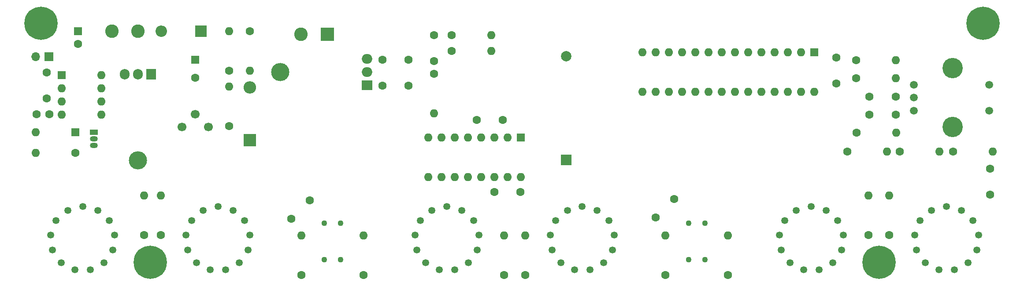
<source format=gbr>
%TF.GenerationSoftware,KiCad,Pcbnew,8.0.4+1*%
%TF.CreationDate,2024-10-13T16:33:14+00:00*%
%TF.ProjectId,nixie,6e697869-652e-46b6-9963-61645f706362,v1.1*%
%TF.SameCoordinates,Original*%
%TF.FileFunction,Soldermask,Bot*%
%TF.FilePolarity,Negative*%
%FSLAX46Y46*%
G04 Gerber Fmt 4.6, Leading zero omitted, Abs format (unit mm)*
G04 Created by KiCad (PCBNEW 8.0.4+1) date 2024-10-13 16:33:14*
%MOMM*%
%LPD*%
G01*
G04 APERTURE LIST*
%ADD10R,1.600000X1.600000*%
%ADD11O,1.600000X1.600000*%
%ADD12C,1.700000*%
%ADD13C,1.600000*%
%ADD14R,2.400000X2.400000*%
%ADD15O,2.400000X2.400000*%
%ADD16C,1.346200*%
%ADD17C,2.600000*%
%ADD18R,2.000000X2.000000*%
%ADD19C,2.000000*%
%ADD20C,1.107440*%
%ADD21R,1.500000X1.050000*%
%ADD22O,1.500000X1.050000*%
%ADD23C,0.800000*%
%ADD24C,6.400000*%
%ADD25O,3.500000X3.500000*%
%ADD26R,1.905000X2.000000*%
%ADD27O,1.905000X2.000000*%
%ADD28R,2.000000X1.905000*%
%ADD29O,2.000000X1.905000*%
%ADD30R,2.200000X2.200000*%
%ADD31O,2.200000X2.200000*%
%ADD32C,3.915000*%
%ADD33C,1.500000*%
%ADD34R,1.700000X1.700000*%
%ADD35O,1.700000X1.700000*%
%ADD36R,2.600000X2.600000*%
G04 APERTURE END LIST*
D10*
%TO.C,U1*%
X168200000Y-86980000D03*
D11*
X165660000Y-86980000D03*
X163120000Y-86980000D03*
X160580000Y-86980000D03*
X158040000Y-86980000D03*
X155500000Y-86980000D03*
X152960000Y-86980000D03*
X150420000Y-86980000D03*
X150420000Y-94600000D03*
X152960000Y-94600000D03*
X155500000Y-94600000D03*
X158040000Y-94600000D03*
X160580000Y-94600000D03*
X163120000Y-94600000D03*
X165660000Y-94600000D03*
X168200000Y-94600000D03*
%TD*%
D12*
%TO.C,RV1*%
X108120000Y-85000000D03*
X105620000Y-82500000D03*
X103120000Y-85000000D03*
%TD*%
D13*
%TO.C,R4*%
X116120000Y-66500000D03*
D11*
X116120000Y-74120000D03*
%TD*%
D14*
%TO.C,D3*%
X116120000Y-87500000D03*
D15*
X116120000Y-77340000D03*
%TD*%
D16*
%TO.C,N1*%
X89092700Y-102984640D03*
X78907300Y-102984640D03*
X77855740Y-105755780D03*
X78213880Y-108694560D03*
X79895360Y-111132960D03*
X82519180Y-112509640D03*
X85480820Y-112509640D03*
X88104640Y-111132960D03*
X89786120Y-108694560D03*
X90144260Y-105755780D03*
X84000000Y-100312560D03*
X81124720Y-101021220D03*
X86875280Y-101021220D03*
%TD*%
D13*
%TO.C,C13*%
X235200000Y-82600000D03*
X240200000Y-82600000D03*
%TD*%
D16*
%TO.C,N4*%
X115092700Y-102984640D03*
X104907300Y-102984640D03*
X103855740Y-105755780D03*
X104213880Y-108694560D03*
X105895360Y-111132960D03*
X108519180Y-112509640D03*
X111480820Y-112509640D03*
X114104640Y-111132960D03*
X115786120Y-108694560D03*
X116144260Y-105755780D03*
X110000000Y-100312560D03*
X107124720Y-101021220D03*
X112875280Y-101021220D03*
%TD*%
D13*
%TO.C,C10*%
X197667767Y-98832233D03*
X194132233Y-102367767D03*
%TD*%
%TO.C,R2*%
X112120000Y-74120000D03*
D11*
X112120000Y-66500000D03*
%TD*%
D17*
%TO.C,L1*%
X89620000Y-66500000D03*
X94620000Y-66500000D03*
%TD*%
D10*
%TO.C,C5*%
X83120000Y-66500000D03*
D13*
X83120000Y-69000000D03*
%TD*%
D18*
%TO.C,BT1*%
X176899999Y-91350000D03*
D19*
X176899999Y-71349999D03*
%TD*%
D13*
%TO.C,C2*%
X77620000Y-82500000D03*
X75120000Y-82500000D03*
%TD*%
%TO.C,R14*%
X208000000Y-113500000D03*
D11*
X208000000Y-105880000D03*
%TD*%
D13*
%TO.C,R19*%
X232580000Y-72100000D03*
D11*
X240200000Y-72100000D03*
%TD*%
D13*
%TO.C,R6*%
X165000000Y-113500000D03*
D11*
X165000000Y-105880000D03*
%TD*%
D10*
%TO.C,U6*%
X224600000Y-70600000D03*
D11*
X222060000Y-70600000D03*
X219520001Y-70600000D03*
X216980000Y-70600000D03*
X214440000Y-70600000D03*
X211900000Y-70600000D03*
X209360000Y-70600000D03*
X206819999Y-70600000D03*
X204280000Y-70600000D03*
X201740000Y-70600000D03*
X199200000Y-70600000D03*
X196660001Y-70600000D03*
X194120000Y-70600000D03*
X191580000Y-70600000D03*
X191580000Y-78220000D03*
X194120000Y-78220000D03*
X196660000Y-78220000D03*
X199200000Y-78220000D03*
X201740000Y-78220000D03*
X204280000Y-78220000D03*
X206820000Y-78220000D03*
X209360000Y-78220000D03*
X211900000Y-78220000D03*
X214440000Y-78220000D03*
X216980000Y-78220000D03*
X219520000Y-78220000D03*
X222060000Y-78220000D03*
X224600000Y-78220000D03*
%TD*%
D13*
%TO.C,R23*%
X251250000Y-89699500D03*
D11*
X258870000Y-89699500D03*
%TD*%
D13*
%TO.C,R1*%
X82620000Y-90000000D03*
D11*
X75000000Y-90000000D03*
%TD*%
D20*
%TO.C,N7*%
X133587500Y-103500000D03*
X130412500Y-103500000D03*
%TD*%
D13*
%TO.C,R16*%
X232580000Y-75600000D03*
D11*
X240200000Y-75600000D03*
%TD*%
D21*
%TO.C,Q1*%
X86120000Y-86000000D03*
D22*
X86120000Y-87270000D03*
X86120000Y-88540000D03*
%TD*%
D13*
%TO.C,R8*%
X99000000Y-105810000D03*
D11*
X99000000Y-98190000D03*
%TD*%
D13*
%TO.C,C11*%
X228780000Y-76600000D03*
X228780000Y-71600000D03*
%TD*%
%TO.C,R7*%
X235000000Y-105810000D03*
D11*
X235000000Y-98190000D03*
%TD*%
D16*
%TO.C,N5*%
X185092700Y-102984640D03*
X174907300Y-102984640D03*
X173855740Y-105755780D03*
X174213880Y-108694560D03*
X175895360Y-111132960D03*
X178519180Y-112509640D03*
X181480820Y-112509640D03*
X184104640Y-111132960D03*
X185786120Y-108694560D03*
X186144260Y-105755780D03*
X180000000Y-100312560D03*
X177124720Y-101021220D03*
X182875280Y-101021220D03*
%TD*%
D10*
%TO.C,U2*%
X80000000Y-75000000D03*
D11*
X80000000Y-77540000D03*
X80000000Y-80080000D03*
X80000000Y-82620000D03*
X87620000Y-82620000D03*
X87620000Y-80080000D03*
X87620000Y-77540000D03*
X87620000Y-75000000D03*
%TD*%
D13*
%TO.C,R18*%
X232700000Y-86100000D03*
D11*
X240320000Y-86100000D03*
%TD*%
D13*
%TO.C,C12*%
X235200000Y-79100000D03*
X240200000Y-79100000D03*
%TD*%
D20*
%TO.C,N8*%
X203587500Y-103500000D03*
X200412500Y-103500000D03*
%TD*%
D13*
%TO.C,C15*%
X258400000Y-93000000D03*
X258400000Y-98000000D03*
%TD*%
%TO.C,R3*%
X112120000Y-84810000D03*
D11*
X112120000Y-77190000D03*
%TD*%
D13*
%TO.C,C7*%
X141600000Y-72000000D03*
X146600000Y-72000000D03*
%TD*%
%TO.C,R10*%
X239000000Y-105810000D03*
D11*
X239000000Y-98190000D03*
%TD*%
D16*
%TO.C,N3*%
X229092700Y-102984640D03*
X218907300Y-102984640D03*
X217855740Y-105755780D03*
X218213880Y-108694560D03*
X219895360Y-111132960D03*
X222519180Y-112509640D03*
X225480820Y-112509640D03*
X228104640Y-111132960D03*
X229786120Y-108694560D03*
X230144260Y-105755780D03*
X224000000Y-100312560D03*
X221124720Y-101021220D03*
X226875280Y-101021220D03*
%TD*%
D23*
%TO.C,H4*%
X94600000Y-111000000D03*
X95302944Y-109302944D03*
X95302944Y-112697056D03*
X97000000Y-108600000D03*
D24*
X97000000Y-111000000D03*
D23*
X97000000Y-113400000D03*
X98697056Y-109302944D03*
X98697056Y-112697056D03*
X99400000Y-111000000D03*
%TD*%
D13*
%TO.C,C3*%
X127600000Y-99100000D03*
X124064466Y-102635534D03*
%TD*%
D25*
%TO.C,Q2*%
X94620000Y-91430000D03*
D26*
X97160000Y-74770000D03*
D27*
X94620000Y-74770000D03*
X92080000Y-74770000D03*
%TD*%
D13*
%TO.C,R5*%
X95800000Y-105810000D03*
D11*
X95800000Y-98190000D03*
%TD*%
D13*
%TO.C,R13*%
X138000000Y-113500000D03*
D11*
X138000000Y-105880000D03*
%TD*%
D10*
%TO.C,C9*%
X105620000Y-72000000D03*
D13*
X105620000Y-75500000D03*
%TD*%
%TO.C,R17*%
X154905000Y-67305000D03*
D11*
X162525000Y-67305000D03*
%TD*%
D13*
%TO.C,R11*%
X126000000Y-113500000D03*
D11*
X126000000Y-105880000D03*
%TD*%
D20*
%TO.C,N9*%
X133587500Y-110500000D03*
X130412500Y-110500000D03*
%TD*%
D25*
%TO.C,U4*%
X121970000Y-74400000D03*
D28*
X138630000Y-76940000D03*
D29*
X138630000Y-74400000D03*
X138630000Y-71860000D03*
%TD*%
D23*
%TO.C,H2*%
X254600000Y-65000000D03*
X255302944Y-63302944D03*
X255302944Y-66697056D03*
X257000000Y-62600000D03*
D24*
X257000000Y-65000000D03*
D23*
X257000000Y-67400000D03*
X258697056Y-63302944D03*
X258697056Y-66697056D03*
X259400000Y-65000000D03*
%TD*%
%TO.C,H3*%
X234600000Y-111000000D03*
X235302944Y-109302944D03*
X235302944Y-112697056D03*
X237000000Y-108600000D03*
D24*
X237000000Y-111000000D03*
D23*
X237000000Y-113400000D03*
X238697056Y-109302944D03*
X238697056Y-112697056D03*
X239400000Y-111000000D03*
%TD*%
%TO.C,H1*%
X73600000Y-65000000D03*
X74302944Y-63302944D03*
X74302944Y-66697056D03*
X76000000Y-62600000D03*
D24*
X76000000Y-65000000D03*
D23*
X76000000Y-67400000D03*
X77697056Y-63302944D03*
X77697056Y-66697056D03*
X78400000Y-65000000D03*
%TD*%
D13*
%TO.C,R12*%
X196000000Y-113500000D03*
D11*
X196000000Y-105880000D03*
%TD*%
D30*
%TO.C,D2*%
X106740000Y-66500000D03*
D31*
X99120000Y-66500000D03*
%TD*%
D16*
%TO.C,N2*%
X159092700Y-102984640D03*
X148907300Y-102984640D03*
X147855740Y-105755780D03*
X148213880Y-108694560D03*
X149895360Y-111132960D03*
X152519180Y-112509640D03*
X155480820Y-112509640D03*
X158104640Y-111132960D03*
X159786120Y-108694560D03*
X160144260Y-105755780D03*
X154000000Y-100312560D03*
X151124720Y-101021220D03*
X156875280Y-101021220D03*
%TD*%
D13*
%TO.C,R15*%
X154905000Y-70305000D03*
D11*
X162525000Y-70305000D03*
%TD*%
D32*
%TO.C,SW1*%
X251200000Y-73600000D03*
X251200000Y-85000000D03*
D33*
X243700000Y-76800000D03*
X243700000Y-81800000D03*
X243700000Y-79300000D03*
X258200000Y-76800000D03*
X258200000Y-81800000D03*
%TD*%
D20*
%TO.C,N10*%
X203587500Y-110500000D03*
X200412500Y-110500000D03*
%TD*%
D34*
%TO.C,J2*%
X77475000Y-71400000D03*
D35*
X74935000Y-71400000D03*
%TD*%
D16*
%TO.C,N6*%
X255092700Y-102984640D03*
X244907300Y-102984640D03*
X243855740Y-105755780D03*
X244213880Y-108694560D03*
X245895360Y-111132960D03*
X248519180Y-112509640D03*
X251480820Y-112509640D03*
X254104640Y-111132960D03*
X255786120Y-108694560D03*
X256144260Y-105755780D03*
X250000000Y-100312560D03*
X247124720Y-101021220D03*
X252875280Y-101021220D03*
%TD*%
D13*
%TO.C,R21*%
X241030000Y-89699500D03*
D11*
X248650000Y-89699500D03*
%TD*%
D13*
%TO.C,C8*%
X168100000Y-97500000D03*
X163100000Y-97500000D03*
%TD*%
%TO.C,C14*%
X151525000Y-72305000D03*
X151525000Y-67305000D03*
%TD*%
%TO.C,C6*%
X164700000Y-83600000D03*
X159700000Y-83600000D03*
%TD*%
%TO.C,R9*%
X169000000Y-113500000D03*
D11*
X169000000Y-105880000D03*
%TD*%
D10*
%TO.C,D1*%
X82620000Y-86000000D03*
D11*
X75000000Y-86000000D03*
%TD*%
D13*
%TO.C,R22*%
X151525000Y-74685000D03*
D11*
X151525000Y-82305000D03*
%TD*%
D13*
%TO.C,C4*%
X141600000Y-77000000D03*
X146600000Y-77000000D03*
%TD*%
%TO.C,R20*%
X230930000Y-89699500D03*
D11*
X238550000Y-89699500D03*
%TD*%
D13*
%TO.C,C1*%
X77120000Y-74500000D03*
X77120000Y-79500000D03*
%TD*%
D36*
%TO.C,J1*%
X131000000Y-67105000D03*
D17*
X125920000Y-67105000D03*
%TD*%
M02*

</source>
